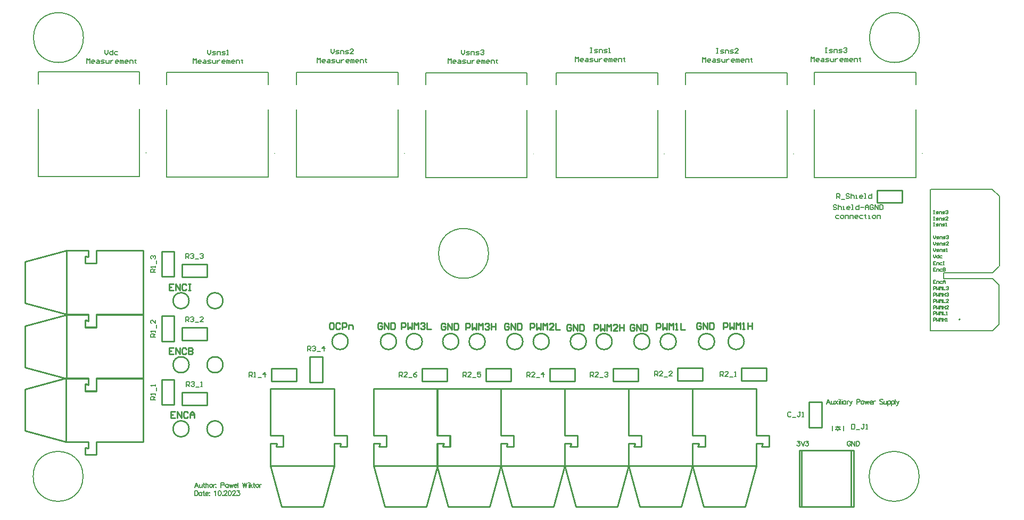
<source format=gto>
G04*
G04 #@! TF.GenerationSoftware,Altium Limited,Altium Designer,22.11.1 (43)*
G04*
G04 Layer_Color=65535*
%FSAX25Y25*%
%MOIN*%
G70*
G04*
G04 #@! TF.SameCoordinates,EBA4B4AC-1B08-4463-AFC9-2197B451F785*
G04*
G04*
G04 #@! TF.FilePolarity,Positive*
G04*
G01*
G75*
%ADD10C,0.01000*%
%ADD11C,0.00394*%
%ADD12C,0.00600*%
%ADD13C,0.00787*%
%ADD14C,0.00500*%
%ADD15C,0.00800*%
%ADD16C,0.00700*%
D10*
X0222716Y0145669D02*
G03*
X0222716Y0145669I-0005000J0000000D01*
G01*
X0123110Y0171260D02*
G03*
X0123110Y0171260I-0005000J0000000D01*
G01*
X0144370D02*
G03*
X0144370Y0171260I-0005000J0000000D01*
G01*
Y0090945D02*
G03*
X0144370Y0090945I-0005000J0000000D01*
G01*
X0123110Y0131102D02*
G03*
X0123110Y0131102I-0005000J0000000D01*
G01*
X0144370D02*
G03*
X0144370Y0131102I-0005000J0000000D01*
G01*
X0123110Y0090945D02*
G03*
X0123110Y0090945I-0005000J0000000D01*
G01*
X0253031Y0145669D02*
G03*
X0253031Y0145669I-0005000J0000000D01*
G01*
X0470748D02*
G03*
X0470748Y0145669I-0005000J0000000D01*
G01*
X0452244D02*
G03*
X0452244Y0145669I-0005000J0000000D01*
G01*
X0428228D02*
G03*
X0428228Y0145669I-0005000J0000000D01*
G01*
X0411693D02*
G03*
X0411693Y0145669I-0005000J0000000D01*
G01*
X0388071D02*
G03*
X0388071Y0145669I-0005000J0000000D01*
G01*
X0371929D02*
G03*
X0371929Y0145669I-0005000J0000000D01*
G01*
X0348701D02*
G03*
X0348701Y0145669I-0005000J0000000D01*
G01*
X0332165D02*
G03*
X0332165Y0145669I-0005000J0000000D01*
G01*
X0308543D02*
G03*
X0308543Y0145669I-0005000J0000000D01*
G01*
X0292008D02*
G03*
X0292008Y0145669I-0005000J0000000D01*
G01*
X0269173D02*
G03*
X0269173Y0145669I-0005000J0000000D01*
G01*
X0553937Y0240551D02*
X0555905D01*
X0569685D01*
Y0232677D02*
Y0240551D01*
X0553937Y0232677D02*
Y0240551D01*
Y0232677D02*
X0569685D01*
X0179134Y0116197D02*
X0209134D01*
X0214134Y0077447D02*
Y0081697D01*
Y0086697D02*
Y0116197D01*
X0174134Y0068197D02*
Y0081697D01*
X0178134D01*
X0177634Y0079697D02*
X0178134Y0081697D01*
X0177634Y0079697D02*
X0182134D01*
Y0086697D01*
X0214134Y0081697D02*
X0218134D01*
X0217634Y0079697D02*
X0218134Y0081697D01*
X0217634Y0079697D02*
X0222134D01*
Y0086697D01*
X0214134D02*
X0222134D01*
X0181134Y0042197D02*
X0207134D01*
X0214134Y0067897D01*
X0174134D02*
X0181134Y0042197D01*
X0214134Y0068197D02*
Y0077447D01*
X0174134Y0116197D02*
X0179134D01*
X0209134D02*
X0214134D01*
Y0067897D02*
Y0068197D01*
X0209134Y0067897D02*
X0214134D01*
X0174134D02*
Y0068197D01*
Y0067897D02*
X0209134D01*
X0174134Y0086697D02*
X0182134D01*
X0174134D02*
Y0116197D01*
X0174606Y0120945D02*
X0190354D01*
X0174606D02*
Y0128819D01*
X0190354Y0120945D02*
Y0128819D01*
X0176575D02*
X0190354D01*
X0174606D02*
X0176575D01*
X0206693Y0120275D02*
Y0136024D01*
X0198819Y0120275D02*
X0206693D01*
X0198819Y0136024D02*
X0206693D01*
X0198819Y0122244D02*
Y0136024D01*
Y0120275D02*
Y0122244D01*
X0065043Y0162559D02*
X0094543D01*
X0065043Y0154559D02*
Y0162559D01*
X0046243Y0127559D02*
Y0162559D01*
X0046543D01*
X0046243Y0122559D02*
Y0127559D01*
Y0122559D02*
X0046543D01*
X0094543D02*
Y0127559D01*
Y0157559D02*
Y0162559D01*
X0046543Y0122559D02*
X0055793D01*
X0020543Y0155559D02*
X0046243Y0162559D01*
X0020543Y0129559D02*
X0046243Y0122559D01*
X0020543Y0129559D02*
Y0155559D01*
X0065043Y0114559D02*
Y0122559D01*
X0058043Y0114559D02*
X0065043D01*
X0058043D02*
Y0119059D01*
X0060043Y0118559D01*
Y0122559D01*
X0058043Y0154559D02*
X0065043D01*
X0058043D02*
Y0159059D01*
X0060043Y0158559D01*
Y0162559D01*
X0046543D02*
X0060043D01*
X0065043Y0122559D02*
X0094543D01*
X0055793D02*
X0060043D01*
X0094543Y0127559D02*
Y0157559D01*
X0065004Y0122756D02*
X0094504D01*
X0065004Y0114756D02*
Y0122756D01*
X0046204Y0087756D02*
Y0122756D01*
X0046504D01*
X0046204Y0082756D02*
Y0087756D01*
Y0082756D02*
X0046504D01*
X0094504D02*
Y0087756D01*
Y0117756D02*
Y0122756D01*
X0046504Y0082756D02*
X0055754D01*
X0020504Y0115756D02*
X0046204Y0122756D01*
X0020504Y0089756D02*
X0046204Y0082756D01*
X0020504Y0089756D02*
Y0115756D01*
X0065004Y0074756D02*
Y0082756D01*
X0058004Y0074756D02*
X0065004D01*
X0058004D02*
Y0079256D01*
X0060004Y0078756D01*
Y0082756D01*
X0058004Y0114756D02*
X0065004D01*
X0058004D02*
Y0119256D01*
X0060004Y0118756D01*
Y0122756D01*
X0046504D02*
X0060004D01*
X0065004Y0082756D02*
X0094504D01*
X0055754D02*
X0060004D01*
X0094504Y0087756D02*
Y0117756D01*
X0065043Y0202716D02*
X0094543D01*
X0065043Y0194717D02*
Y0202716D01*
X0046243Y0167717D02*
Y0202716D01*
X0046543D01*
X0046243Y0162716D02*
Y0167717D01*
Y0162716D02*
X0046543D01*
X0094543D02*
Y0167717D01*
Y0197716D02*
Y0202716D01*
X0046543Y0162716D02*
X0055793D01*
X0020543Y0195717D02*
X0046243Y0202716D01*
X0020543Y0169717D02*
X0046243Y0162716D01*
X0020543Y0169717D02*
Y0195717D01*
X0065043Y0154717D02*
Y0162716D01*
X0058043Y0154717D02*
X0065043D01*
X0058043D02*
Y0159216D01*
X0060043Y0158716D01*
Y0162716D01*
X0058043Y0194717D02*
X0065043D01*
X0058043D02*
Y0199216D01*
X0060043Y0198716D01*
Y0202716D01*
X0046543D02*
X0060043D01*
X0065043Y0162716D02*
X0094543D01*
X0055793D02*
X0060043D01*
X0094543Y0167717D02*
Y0197716D01*
X0113779Y0159646D02*
Y0161614D01*
Y0145866D02*
Y0159646D01*
X0105905Y0145866D02*
X0113779D01*
X0105905Y0161614D02*
X0113779D01*
X0105905Y0145866D02*
Y0161614D01*
X0113779Y0119882D02*
Y0121850D01*
Y0106102D02*
Y0119882D01*
X0105905Y0106102D02*
X0113779D01*
X0105905Y0121850D02*
X0113779D01*
X0105905Y0106102D02*
Y0121850D01*
X0118701Y0113779D02*
X0120669D01*
X0134449D01*
Y0105905D02*
Y0113779D01*
X0118701Y0105905D02*
Y0113779D01*
Y0105905D02*
X0134449D01*
X0118701Y0154331D02*
X0120669D01*
X0134449D01*
Y0146457D02*
Y0154331D01*
X0118701Y0146457D02*
Y0154331D01*
Y0146457D02*
X0134449D01*
X0113779Y0200197D02*
Y0202165D01*
Y0186417D02*
Y0200197D01*
X0105905Y0186417D02*
X0113779D01*
X0105905Y0202165D02*
X0113779D01*
X0105905Y0186417D02*
Y0202165D01*
X0118701Y0194095D02*
X0120669D01*
X0134449D01*
Y0186221D02*
Y0194095D01*
X0118701Y0186221D02*
Y0194095D01*
Y0186221D02*
X0134449D01*
X0537854Y0042047D02*
Y0077547D01*
X0539354Y0042047D02*
Y0077547D01*
X0505354Y0042047D02*
Y0077547D01*
X0506854Y0042047D02*
Y0077547D01*
X0505354D02*
X0539354D01*
X0505354Y0042047D02*
X0539354D01*
X0309055Y0128740D02*
X0311024D01*
X0324803D01*
Y0120866D02*
Y0128740D01*
X0309055Y0120866D02*
Y0128740D01*
Y0120866D02*
X0324803D01*
X0349016Y0128740D02*
X0350984D01*
X0364764D01*
Y0120866D02*
Y0128740D01*
X0349016Y0120866D02*
Y0128740D01*
Y0120866D02*
X0364764D01*
X0388779Y0128740D02*
X0390748D01*
X0404528D01*
Y0120866D02*
Y0128740D01*
X0388779Y0120866D02*
Y0128740D01*
Y0120866D02*
X0404528D01*
X0429092Y0129148D02*
X0431061D01*
X0444840D01*
Y0121274D02*
Y0129148D01*
X0429092Y0121274D02*
Y0129148D01*
Y0121274D02*
X0444840D01*
X0469095Y0129134D02*
X0471063D01*
X0484843D01*
Y0121260D02*
Y0129134D01*
X0469095Y0121260D02*
Y0129134D01*
Y0121260D02*
X0484843D01*
X0511417Y0091929D02*
Y0093898D01*
Y0107677D01*
X0519291D01*
X0511417Y0091929D02*
X0519291D01*
Y0107677D01*
X0269094Y0120866D02*
X0284843D01*
X0269094D02*
Y0128740D01*
X0284843Y0120866D02*
Y0128740D01*
X0271063D02*
X0284843D01*
X0269094D02*
X0271063D01*
X0363307Y0116197D02*
X0393307D01*
X0398307Y0077447D02*
Y0081697D01*
Y0086697D02*
Y0116197D01*
X0358307Y0068197D02*
Y0081697D01*
X0362307D01*
X0361807Y0079697D02*
X0362307Y0081697D01*
X0361807Y0079697D02*
X0366307D01*
Y0086697D01*
X0398307Y0081697D02*
X0402307D01*
X0401807Y0079697D02*
X0402307Y0081697D01*
X0401807Y0079697D02*
X0406307D01*
Y0086697D01*
X0398307D02*
X0406307D01*
X0365307Y0042197D02*
X0391307D01*
X0398307Y0067897D01*
X0358307D02*
X0365307Y0042197D01*
X0398307Y0068197D02*
Y0077447D01*
X0358307Y0116197D02*
X0363307D01*
X0393307D02*
X0398307D01*
Y0067897D02*
Y0068197D01*
X0393307Y0067897D02*
X0398307D01*
X0358307D02*
Y0068197D01*
Y0067897D02*
X0393307D01*
X0358307Y0086697D02*
X0366307D01*
X0358307D02*
Y0116197D01*
X0443386Y0116118D02*
X0473386D01*
X0478386Y0077368D02*
Y0081618D01*
Y0086618D02*
Y0116118D01*
X0438386Y0068118D02*
Y0081618D01*
X0442386D01*
X0441886Y0079618D02*
X0442386Y0081618D01*
X0441886Y0079618D02*
X0446386D01*
Y0086618D01*
X0478386Y0081618D02*
X0482386D01*
X0481886Y0079618D02*
X0482386Y0081618D01*
X0481886Y0079618D02*
X0486386D01*
Y0086618D01*
X0478386D02*
X0486386D01*
X0445386Y0042118D02*
X0471386D01*
X0478386Y0067818D01*
X0438386D02*
X0445386Y0042118D01*
X0478386Y0068118D02*
Y0077368D01*
X0438386Y0116118D02*
X0443386D01*
X0473386D02*
X0478386D01*
Y0067818D02*
Y0068118D01*
X0473386Y0067818D02*
X0478386D01*
X0438386D02*
Y0068118D01*
Y0067818D02*
X0473386D01*
X0438386Y0086618D02*
X0446386D01*
X0438386D02*
Y0116118D01*
X0278543Y0086618D02*
Y0116118D01*
Y0086618D02*
X0286543D01*
X0278543Y0067818D02*
X0313543D01*
X0278543D02*
Y0068118D01*
X0313543Y0067818D02*
X0318543D01*
Y0068118D01*
X0313543Y0116118D02*
X0318543D01*
X0278543D02*
X0283543D01*
X0318543Y0068118D02*
Y0077368D01*
X0278543Y0067818D02*
X0285543Y0042118D01*
X0311543D02*
X0318543Y0067818D01*
X0285543Y0042118D02*
X0311543D01*
X0318543Y0086618D02*
X0326543D01*
Y0079618D02*
Y0086618D01*
X0322043Y0079618D02*
X0326543D01*
X0322043D02*
X0322543Y0081618D01*
X0318543D02*
X0322543D01*
X0286543Y0079618D02*
Y0086618D01*
X0282043Y0079618D02*
X0286543D01*
X0282043D02*
X0282543Y0081618D01*
X0278543D02*
X0282543D01*
X0278543Y0068118D02*
Y0081618D01*
X0318543Y0086618D02*
Y0116118D01*
Y0077368D02*
Y0081618D01*
X0283543Y0116118D02*
X0313543D01*
X0238622Y0086618D02*
Y0116118D01*
Y0086618D02*
X0246622D01*
X0238622Y0067818D02*
X0273622D01*
X0238622D02*
Y0068118D01*
X0273622Y0067818D02*
X0278622D01*
Y0068118D01*
X0273622Y0116118D02*
X0278622D01*
X0238622D02*
X0243622D01*
X0278622Y0068118D02*
Y0077368D01*
X0238622Y0067818D02*
X0245622Y0042118D01*
X0271622D02*
X0278622Y0067818D01*
X0245622Y0042118D02*
X0271622D01*
X0278622Y0086618D02*
X0286622D01*
Y0079618D02*
Y0086618D01*
X0282122Y0079618D02*
X0286622D01*
X0282122D02*
X0282622Y0081618D01*
X0278622D02*
X0282622D01*
X0246622Y0079618D02*
Y0086618D01*
X0242122Y0079618D02*
X0246622D01*
X0242122D02*
X0242622Y0081618D01*
X0238622D02*
X0242622D01*
X0238622Y0068118D02*
Y0081618D01*
X0278622Y0086618D02*
Y0116118D01*
Y0077368D02*
Y0081618D01*
X0243622Y0116118D02*
X0273622D01*
X0318543Y0086697D02*
Y0116197D01*
Y0086697D02*
X0326543D01*
X0318543Y0067897D02*
X0353543D01*
X0318543D02*
Y0068197D01*
X0353543Y0067897D02*
X0358543D01*
Y0068197D01*
X0353543Y0116197D02*
X0358543D01*
X0318543D02*
X0323543D01*
X0358543Y0068197D02*
Y0077447D01*
X0318543Y0067897D02*
X0325543Y0042197D01*
X0351543D02*
X0358543Y0067897D01*
X0325543Y0042197D02*
X0351543D01*
X0358543Y0086697D02*
X0366543D01*
Y0079697D02*
Y0086697D01*
X0362043Y0079697D02*
X0366543D01*
X0362043D02*
X0362543Y0081697D01*
X0358543D02*
X0362543D01*
X0326543Y0079697D02*
Y0086697D01*
X0322043Y0079697D02*
X0326543D01*
X0322043D02*
X0322543Y0081697D01*
X0318543D02*
X0322543D01*
X0318543Y0068197D02*
Y0081697D01*
X0358543Y0086697D02*
Y0116197D01*
Y0077447D02*
Y0081697D01*
X0323543Y0116197D02*
X0353543D01*
X0398465Y0086697D02*
Y0116197D01*
Y0086697D02*
X0406465D01*
X0398465Y0067897D02*
X0433465D01*
X0398465D02*
Y0068197D01*
X0433465Y0067897D02*
X0438465D01*
Y0068197D01*
X0433465Y0116197D02*
X0438465D01*
X0398465D02*
X0403465D01*
X0438465Y0068197D02*
Y0077447D01*
X0398465Y0067897D02*
X0405465Y0042197D01*
X0431465D02*
X0438465Y0067897D01*
X0405465Y0042197D02*
X0431465D01*
X0438465Y0086697D02*
X0446465D01*
Y0079697D02*
Y0086697D01*
X0441965Y0079697D02*
X0446465D01*
X0441965D02*
X0442465Y0081697D01*
X0438465D02*
X0442465D01*
X0406465Y0079697D02*
Y0086697D01*
X0401965Y0079697D02*
X0406465D01*
X0401965D02*
X0402465Y0081697D01*
X0398465D02*
X0402465D01*
X0398465Y0068197D02*
Y0081697D01*
X0438465Y0086697D02*
Y0116197D01*
Y0077447D02*
Y0081697D01*
X0403465Y0116197D02*
X0433465D01*
X0213172Y0157511D02*
X0211839D01*
X0211173Y0156845D01*
Y0154179D01*
X0211839Y0153513D01*
X0213172D01*
X0213839Y0154179D01*
Y0156845D01*
X0213172Y0157511D01*
X0217838Y0156845D02*
X0217171Y0157511D01*
X0215838D01*
X0215172Y0156845D01*
Y0154179D01*
X0215838Y0153513D01*
X0217171D01*
X0217838Y0154179D01*
X0219170Y0153513D02*
Y0157511D01*
X0221170D01*
X0221836Y0156845D01*
Y0155512D01*
X0221170Y0154845D01*
X0219170D01*
X0223169Y0153513D02*
Y0156178D01*
X0225168D01*
X0225835Y0155512D01*
Y0153513D01*
X0113508Y0181770D02*
X0110843D01*
Y0177772D01*
X0113508D01*
X0110843Y0179771D02*
X0112175D01*
X0114841Y0177772D02*
Y0181770D01*
X0117507Y0177772D01*
Y0181770D01*
X0121506Y0181104D02*
X0120839Y0181770D01*
X0119506D01*
X0118840Y0181104D01*
Y0178438D01*
X0119506Y0177772D01*
X0120839D01*
X0121506Y0178438D01*
X0122839Y0181770D02*
X0124172D01*
X0123505D01*
Y0177772D01*
X0122839D01*
X0124172D01*
X0113508Y0141613D02*
X0110843D01*
Y0137614D01*
X0113508D01*
X0110843Y0139613D02*
X0112175D01*
X0114841Y0137614D02*
Y0141613D01*
X0117507Y0137614D01*
Y0141613D01*
X0121506Y0140946D02*
X0120839Y0141613D01*
X0119506D01*
X0118840Y0140946D01*
Y0138281D01*
X0119506Y0137614D01*
X0120839D01*
X0121506Y0138281D01*
X0122839Y0141613D02*
Y0137614D01*
X0124838D01*
X0125504Y0138281D01*
Y0138947D01*
X0124838Y0139613D01*
X0122839D01*
X0124838D01*
X0125504Y0140280D01*
Y0140946D01*
X0124838Y0141613D01*
X0122839D01*
X0114296Y0101849D02*
X0111630D01*
Y0097850D01*
X0114296D01*
X0111630Y0099850D02*
X0112963D01*
X0115629Y0097850D02*
Y0101849D01*
X0118294Y0097850D01*
Y0101849D01*
X0122293Y0101183D02*
X0121627Y0101849D01*
X0120294D01*
X0119627Y0101183D01*
Y0098517D01*
X0120294Y0097850D01*
X0121627D01*
X0122293Y0098517D01*
X0123626Y0097850D02*
Y0100516D01*
X0124959Y0101849D01*
X0126292Y0100516D01*
Y0097850D01*
Y0099850D01*
X0123626D01*
X0457693Y0153362D02*
Y0157361D01*
X0459692D01*
X0460359Y0156694D01*
Y0155362D01*
X0459692Y0154695D01*
X0457693D01*
X0461692Y0157361D02*
Y0153362D01*
X0463025Y0154695D01*
X0464357Y0153362D01*
Y0157361D01*
X0465690Y0153362D02*
Y0157361D01*
X0467023Y0156028D01*
X0468356Y0157361D01*
Y0153362D01*
X0469689D02*
X0471022D01*
X0470356D01*
Y0157361D01*
X0469689Y0156694D01*
X0473021Y0157361D02*
Y0153362D01*
Y0155362D01*
X0475687D01*
Y0157361D01*
Y0153362D01*
X0415567Y0152969D02*
Y0156967D01*
X0417566D01*
X0418233Y0156301D01*
Y0154968D01*
X0417566Y0154301D01*
X0415567D01*
X0419566Y0156967D02*
Y0152969D01*
X0420898Y0154301D01*
X0422231Y0152969D01*
Y0156967D01*
X0423564Y0152969D02*
Y0156967D01*
X0424897Y0155634D01*
X0426230Y0156967D01*
Y0152969D01*
X0427563D02*
X0428896D01*
X0428230D01*
Y0156967D01*
X0427563Y0156301D01*
X0430895Y0156967D02*
Y0152969D01*
X0433561D01*
X0376590Y0152575D02*
Y0156573D01*
X0378590D01*
X0379256Y0155907D01*
Y0154574D01*
X0378590Y0153908D01*
X0376590D01*
X0380589Y0156573D02*
Y0152575D01*
X0381922Y0153908D01*
X0383255Y0152575D01*
Y0156573D01*
X0384588Y0152575D02*
Y0156573D01*
X0385921Y0155241D01*
X0387254Y0156573D01*
Y0152575D01*
X0391252D02*
X0388587D01*
X0391252Y0155241D01*
Y0155907D01*
X0390586Y0156573D01*
X0389253D01*
X0388587Y0155907D01*
X0392585Y0156573D02*
Y0152575D01*
Y0154574D01*
X0395251D01*
Y0156573D01*
Y0152575D01*
X0336827Y0152969D02*
Y0156967D01*
X0338826D01*
X0339493Y0156301D01*
Y0154968D01*
X0338826Y0154301D01*
X0336827D01*
X0340826Y0156967D02*
Y0152969D01*
X0342158Y0154301D01*
X0343491Y0152969D01*
Y0156967D01*
X0344824Y0152969D02*
Y0156967D01*
X0346157Y0155634D01*
X0347490Y0156967D01*
Y0152969D01*
X0351489D02*
X0348823D01*
X0351489Y0155634D01*
Y0156301D01*
X0350822Y0156967D01*
X0349489D01*
X0348823Y0156301D01*
X0352822Y0156967D02*
Y0152969D01*
X0355487D01*
X0296276D02*
Y0156967D01*
X0298275D01*
X0298941Y0156301D01*
Y0154968D01*
X0298275Y0154301D01*
X0296276D01*
X0300274Y0156967D02*
Y0152969D01*
X0301607Y0154301D01*
X0302940Y0152969D01*
Y0156967D01*
X0304273Y0152969D02*
Y0156967D01*
X0305606Y0155634D01*
X0306939Y0156967D01*
Y0152969D01*
X0308272Y0156301D02*
X0308938Y0156967D01*
X0310271D01*
X0310938Y0156301D01*
Y0155634D01*
X0310271Y0154968D01*
X0309605D01*
X0310271D01*
X0310938Y0154301D01*
Y0153635D01*
X0310271Y0152969D01*
X0308938D01*
X0308272Y0153635D01*
X0312270Y0156967D02*
Y0152969D01*
Y0154968D01*
X0314936D01*
Y0156967D01*
Y0152969D01*
X0256118Y0153362D02*
Y0157361D01*
X0258118D01*
X0258784Y0156694D01*
Y0155362D01*
X0258118Y0154695D01*
X0256118D01*
X0260117Y0157361D02*
Y0153362D01*
X0261450Y0154695D01*
X0262783Y0153362D01*
Y0157361D01*
X0264116Y0153362D02*
Y0157361D01*
X0265448Y0156028D01*
X0266781Y0157361D01*
Y0153362D01*
X0268114Y0156694D02*
X0268781Y0157361D01*
X0270114D01*
X0270780Y0156694D01*
Y0156028D01*
X0270114Y0155362D01*
X0269447D01*
X0270114D01*
X0270780Y0154695D01*
Y0154029D01*
X0270114Y0153362D01*
X0268781D01*
X0268114Y0154029D01*
X0272113Y0157361D02*
Y0153362D01*
X0274779D01*
X0443823Y0156694D02*
X0443157Y0157361D01*
X0441824D01*
X0441157Y0156694D01*
Y0154029D01*
X0441824Y0153362D01*
X0443157D01*
X0443823Y0154029D01*
Y0155362D01*
X0442490D01*
X0445156Y0153362D02*
Y0157361D01*
X0447822Y0153362D01*
Y0157361D01*
X0449155D02*
Y0153362D01*
X0451154D01*
X0451821Y0154029D01*
Y0156694D01*
X0451154Y0157361D01*
X0449155D01*
X0402091Y0155907D02*
X0401425Y0156573D01*
X0400092D01*
X0399425Y0155907D01*
Y0153241D01*
X0400092Y0152575D01*
X0401425D01*
X0402091Y0153241D01*
Y0154574D01*
X0400758D01*
X0403424Y0152575D02*
Y0156573D01*
X0406090Y0152575D01*
Y0156573D01*
X0407423D02*
Y0152575D01*
X0409422D01*
X0410088Y0153241D01*
Y0155907D01*
X0409422Y0156573D01*
X0407423D01*
X0283587Y0156301D02*
X0282921Y0156967D01*
X0281588D01*
X0280921Y0156301D01*
Y0153635D01*
X0281588Y0152969D01*
X0282921D01*
X0283587Y0153635D01*
Y0154968D01*
X0282254D01*
X0284920Y0152969D02*
Y0156967D01*
X0287586Y0152969D01*
Y0156967D01*
X0288919D02*
Y0152969D01*
X0290918D01*
X0291584Y0153635D01*
Y0156301D01*
X0290918Y0156967D01*
X0288919D01*
X0323351Y0156301D02*
X0322684Y0156967D01*
X0321352D01*
X0320685Y0156301D01*
Y0153635D01*
X0321352Y0152969D01*
X0322684D01*
X0323351Y0153635D01*
Y0154968D01*
X0322018D01*
X0324684Y0152969D02*
Y0156967D01*
X0327349Y0152969D01*
Y0156967D01*
X0328682D02*
Y0152969D01*
X0330682D01*
X0331348Y0153635D01*
Y0156301D01*
X0330682Y0156967D01*
X0328682D01*
X0362327Y0155907D02*
X0361661Y0156573D01*
X0360328D01*
X0359661Y0155907D01*
Y0153241D01*
X0360328Y0152575D01*
X0361661D01*
X0362327Y0153241D01*
Y0154574D01*
X0360994D01*
X0363660Y0152575D02*
Y0156573D01*
X0366326Y0152575D01*
Y0156573D01*
X0367659D02*
Y0152575D01*
X0369658D01*
X0370325Y0153241D01*
Y0155907D01*
X0369658Y0156573D01*
X0367659D01*
X0244217Y0156694D02*
X0243550Y0157361D01*
X0242218D01*
X0241551Y0156694D01*
Y0154029D01*
X0242218Y0153362D01*
X0243550D01*
X0244217Y0154029D01*
Y0155362D01*
X0242884D01*
X0245550Y0153362D02*
Y0157361D01*
X0248216Y0153362D01*
Y0157361D01*
X0249549D02*
Y0153362D01*
X0251548D01*
X0252214Y0154029D01*
Y0156694D01*
X0251548Y0157361D01*
X0249549D01*
D11*
X0582165Y0263543D02*
G03*
X0582559Y0263543I0000197J0000000D01*
G01*
D02*
G03*
X0582165Y0263543I-0000197J0000000D01*
G01*
X0338661Y0263386D02*
G03*
X0339055Y0263386I0000197J0000000D01*
G01*
D02*
G03*
X0338661Y0263386I-0000197J0000000D01*
G01*
X0096417Y0263937D02*
G03*
X0096024Y0263937I-0000197J0000000D01*
G01*
D02*
G03*
X0096417Y0263937I0000197J0000000D01*
G01*
X0501921Y0263358D02*
G03*
X0501528Y0263358I-0000197J0000000D01*
G01*
D02*
G03*
X0501921Y0263358I0000197J0000000D01*
G01*
X0258110Y0263583D02*
G03*
X0257716Y0263583I-0000197J0000000D01*
G01*
D02*
G03*
X0258110Y0263583I0000197J0000000D01*
G01*
X0420819Y0263358D02*
G03*
X0420425Y0263358I-0000197J0000000D01*
G01*
D02*
G03*
X0420819Y0263358I0000197J0000000D01*
G01*
X0177008Y0263583D02*
G03*
X0176614Y0263583I-0000197J0000000D01*
G01*
D02*
G03*
X0177008Y0263583I0000197J0000000D01*
G01*
D12*
X0310669Y0200894D02*
G03*
X0310669Y0200894I-0015620J0000000D01*
G01*
X0580581Y0336221D02*
G03*
X0580581Y0336221I-0015620J0000000D01*
G01*
X0580354Y0061130D02*
G03*
X0580354Y0061130I-0015620J0000000D01*
G01*
X0056732D02*
G03*
X0056732Y0061130I-0015620J0000000D01*
G01*
X0056959Y0336221D02*
G03*
X0056959Y0336221I-0015620J0000000D01*
G01*
D13*
X0606004Y0159547D02*
G03*
X0606004Y0159547I-0000394J0000000D01*
G01*
X0578346Y0248583D02*
Y0291102D01*
X0514764Y0248583D02*
X0578346D01*
X0514764D02*
Y0291102D01*
X0578346Y0306850D02*
Y0314331D01*
X0514764D02*
X0578346D01*
X0514764Y0306850D02*
Y0314331D01*
X0334842Y0248425D02*
Y0290945D01*
X0271260Y0248425D02*
X0334842D01*
X0271260D02*
Y0290945D01*
X0334842Y0306693D02*
Y0314173D01*
X0271260D02*
X0334842D01*
X0271260Y0306693D02*
Y0314173D01*
X0028622Y0307244D02*
Y0314724D01*
X0092205D01*
Y0307244D02*
Y0314724D01*
X0028622Y0248976D02*
Y0291496D01*
Y0248976D02*
X0092205D01*
Y0291496D01*
X0434126Y0306665D02*
Y0314146D01*
X0497709D01*
Y0306665D02*
Y0314146D01*
X0434126Y0248398D02*
Y0290917D01*
Y0248398D02*
X0497709D01*
Y0290917D01*
X0190315Y0306890D02*
Y0314370D01*
X0253898D01*
Y0306890D02*
Y0314370D01*
X0190315Y0248622D02*
Y0291142D01*
Y0248622D02*
X0253898D01*
Y0291142D01*
X0353024Y0306665D02*
Y0314146D01*
X0416606D01*
Y0306665D02*
Y0314146D01*
X0353024Y0248398D02*
Y0290917D01*
Y0248398D02*
X0416606D01*
Y0290917D01*
X0109213Y0306890D02*
Y0314370D01*
X0172795D01*
Y0306890D02*
Y0314370D01*
X0109213Y0248622D02*
Y0291142D01*
Y0248622D02*
X0172795D01*
Y0291142D01*
X0587694Y0241237D02*
X0592146D01*
X0587500Y0152482D02*
Y0241237D01*
X0626498Y0152482D02*
X0630512Y0156496D01*
X0625864Y0152482D02*
X0626498D01*
X0630512Y0156496D02*
Y0181102D01*
X0630564Y0192966D02*
Y0236777D01*
X0626378Y0185236D02*
X0630512Y0181102D01*
X0626378Y0188779D02*
X0630444Y0192846D01*
X0595669Y0185256D02*
Y0188779D01*
Y0185256D02*
X0595689Y0185236D01*
X0626378D01*
X0595669Y0188779D02*
X0626378D01*
X0626104Y0241237D02*
X0630564Y0236777D01*
X0592146Y0241237D02*
X0626104D01*
X0619665Y0152482D02*
X0625864D01*
X0587500D02*
X0619665D01*
D14*
X0529559Y0089939D02*
Y0090439D01*
X0528028Y0090539D02*
X0531128D01*
X0528028D02*
X0529559Y0092070D01*
X0528028Y0092039D02*
X0531128D01*
X0533128Y0089839D02*
Y0092839D01*
X0525928Y0089839D02*
Y0092839D01*
X0529559Y0092107D02*
X0531128Y0090539D01*
X0529559Y0092239D02*
Y0092739D01*
X0589476Y0162311D02*
Y0164310D01*
X0590476D01*
X0590809Y0163977D01*
Y0163311D01*
X0590476Y0162978D01*
X0589476D01*
X0591476Y0164310D02*
Y0162311D01*
X0592142Y0162978D01*
X0592809Y0162311D01*
Y0164310D01*
X0593475Y0162311D02*
Y0164310D01*
X0594141Y0163644D01*
X0594808Y0164310D01*
Y0162311D01*
X0595474Y0164310D02*
Y0162311D01*
X0596807D01*
X0597474D02*
X0598140D01*
X0597807D01*
Y0164310D01*
X0597474Y0163977D01*
X0589476Y0166248D02*
Y0168247D01*
X0590476D01*
X0590809Y0167914D01*
Y0167248D01*
X0590476Y0166914D01*
X0589476D01*
X0591476Y0168247D02*
Y0166248D01*
X0592142Y0166914D01*
X0592809Y0166248D01*
Y0168247D01*
X0593475Y0166248D02*
Y0168247D01*
X0594141Y0167581D01*
X0594808Y0168247D01*
Y0166248D01*
X0595474Y0168247D02*
Y0166248D01*
Y0167248D01*
X0596807D01*
Y0168247D01*
Y0166248D01*
X0598807D02*
X0597474D01*
X0598807Y0167581D01*
Y0167914D01*
X0598474Y0168247D01*
X0597807D01*
X0597474Y0167914D01*
X0589476Y0170185D02*
Y0172184D01*
X0590476D01*
X0590809Y0171851D01*
Y0171185D01*
X0590476Y0170852D01*
X0589476D01*
X0591476Y0172184D02*
Y0170185D01*
X0592142Y0170852D01*
X0592809Y0170185D01*
Y0172184D01*
X0593475Y0170185D02*
Y0172184D01*
X0594141Y0171518D01*
X0594808Y0172184D01*
Y0170185D01*
X0595474Y0172184D02*
Y0170185D01*
X0596807D01*
X0598807D02*
X0597474D01*
X0598807Y0171518D01*
Y0171851D01*
X0598474Y0172184D01*
X0597807D01*
X0597474Y0171851D01*
X0589476Y0174122D02*
Y0176121D01*
X0590476D01*
X0590809Y0175788D01*
Y0175122D01*
X0590476Y0174788D01*
X0589476D01*
X0591476Y0176121D02*
Y0174122D01*
X0592142Y0174788D01*
X0592809Y0174122D01*
Y0176121D01*
X0593475Y0174122D02*
Y0176121D01*
X0594141Y0175455D01*
X0594808Y0176121D01*
Y0174122D01*
X0595474Y0176121D02*
Y0174122D01*
Y0175122D01*
X0596807D01*
Y0176121D01*
Y0174122D01*
X0597474Y0175788D02*
X0597807Y0176121D01*
X0598474D01*
X0598807Y0175788D01*
Y0175455D01*
X0598474Y0175122D01*
X0598140D01*
X0598474D01*
X0598807Y0174788D01*
Y0174455D01*
X0598474Y0174122D01*
X0597807D01*
X0597474Y0174455D01*
X0589476Y0178059D02*
Y0180058D01*
X0590476D01*
X0590809Y0179725D01*
Y0179059D01*
X0590476Y0178726D01*
X0589476D01*
X0591476Y0180058D02*
Y0178059D01*
X0592142Y0178726D01*
X0592809Y0178059D01*
Y0180058D01*
X0593475Y0178059D02*
Y0180058D01*
X0594141Y0179392D01*
X0594808Y0180058D01*
Y0178059D01*
X0595474Y0180058D02*
Y0178059D01*
X0596807D01*
X0597474Y0179725D02*
X0597807Y0180058D01*
X0598474D01*
X0598807Y0179725D01*
Y0179392D01*
X0598474Y0179059D01*
X0598140D01*
X0598474D01*
X0598807Y0178726D01*
Y0178392D01*
X0598474Y0178059D01*
X0597807D01*
X0597474Y0178392D01*
X0590809Y0183995D02*
X0589476D01*
Y0181996D01*
X0590809D01*
X0589476Y0182996D02*
X0590143D01*
X0591476Y0181996D02*
Y0183329D01*
X0592475D01*
X0592809Y0182996D01*
Y0181996D01*
X0594808Y0183329D02*
X0593808D01*
X0593475Y0182996D01*
Y0182329D01*
X0593808Y0181996D01*
X0594808D01*
X0595474D02*
Y0183329D01*
X0596141Y0183995D01*
X0596807Y0183329D01*
Y0181996D01*
Y0182996D01*
X0595474D01*
X0590809Y0191869D02*
X0589476D01*
Y0189870D01*
X0590809D01*
X0589476Y0190870D02*
X0590143D01*
X0591476Y0189870D02*
Y0191203D01*
X0592475D01*
X0592809Y0190870D01*
Y0189870D01*
X0594808Y0191203D02*
X0593808D01*
X0593475Y0190870D01*
Y0190203D01*
X0593808Y0189870D01*
X0594808D01*
X0595474Y0191869D02*
Y0189870D01*
X0596474D01*
X0596807Y0190203D01*
Y0190536D01*
X0596474Y0190870D01*
X0595474D01*
X0596474D01*
X0596807Y0191203D01*
Y0191536D01*
X0596474Y0191869D01*
X0595474D01*
X0590809Y0195806D02*
X0589476D01*
Y0193807D01*
X0590809D01*
X0589476Y0194807D02*
X0590143D01*
X0591476Y0193807D02*
Y0195140D01*
X0592475D01*
X0592809Y0194807D01*
Y0193807D01*
X0594808Y0195140D02*
X0593808D01*
X0593475Y0194807D01*
Y0194140D01*
X0593808Y0193807D01*
X0594808D01*
X0595474Y0195806D02*
X0596141D01*
X0595808D01*
Y0193807D01*
X0595474D01*
X0596141D01*
X0589476Y0200137D02*
Y0198804D01*
X0590143Y0198138D01*
X0590809Y0198804D01*
Y0200137D01*
X0592809D02*
Y0198138D01*
X0591809D01*
X0591476Y0198471D01*
Y0199137D01*
X0591809Y0199471D01*
X0592809D01*
X0594808D02*
X0593808D01*
X0593475Y0199137D01*
Y0198471D01*
X0593808Y0198138D01*
X0594808D01*
X0589476Y0204074D02*
Y0202741D01*
X0590143Y0202075D01*
X0590809Y0202741D01*
Y0204074D01*
X0591476Y0202075D02*
X0592475D01*
X0592809Y0202408D01*
X0592475Y0202741D01*
X0591809D01*
X0591476Y0203075D01*
X0591809Y0203408D01*
X0592809D01*
X0593475Y0202075D02*
Y0203408D01*
X0594475D01*
X0594808Y0203075D01*
Y0202075D01*
X0595474D02*
X0596474D01*
X0596807Y0202408D01*
X0596474Y0202741D01*
X0595808D01*
X0595474Y0203075D01*
X0595808Y0203408D01*
X0596807D01*
X0597474Y0202075D02*
X0598140D01*
X0597807D01*
Y0204074D01*
X0597474Y0203741D01*
X0589476Y0208011D02*
Y0206678D01*
X0590143Y0206012D01*
X0590809Y0206678D01*
Y0208011D01*
X0591476Y0206012D02*
X0592475D01*
X0592809Y0206345D01*
X0592475Y0206678D01*
X0591809D01*
X0591476Y0207012D01*
X0591809Y0207345D01*
X0592809D01*
X0593475Y0206012D02*
Y0207345D01*
X0594475D01*
X0594808Y0207012D01*
Y0206012D01*
X0595474D02*
X0596474D01*
X0596807Y0206345D01*
X0596474Y0206678D01*
X0595808D01*
X0595474Y0207012D01*
X0595808Y0207345D01*
X0596807D01*
X0598807Y0206012D02*
X0597474D01*
X0598807Y0207345D01*
Y0207678D01*
X0598474Y0208011D01*
X0597807D01*
X0597474Y0207678D01*
X0589476Y0211948D02*
Y0210615D01*
X0590143Y0209949D01*
X0590809Y0210615D01*
Y0211948D01*
X0591476Y0209949D02*
X0592475D01*
X0592809Y0210282D01*
X0592475Y0210615D01*
X0591809D01*
X0591476Y0210948D01*
X0591809Y0211282D01*
X0592809D01*
X0593475Y0209949D02*
Y0211282D01*
X0594475D01*
X0594808Y0210948D01*
Y0209949D01*
X0595474D02*
X0596474D01*
X0596807Y0210282D01*
X0596474Y0210615D01*
X0595808D01*
X0595474Y0210948D01*
X0595808Y0211282D01*
X0596807D01*
X0597474Y0211615D02*
X0597807Y0211948D01*
X0598474D01*
X0598807Y0211615D01*
Y0211282D01*
X0598474Y0210948D01*
X0598140D01*
X0598474D01*
X0598807Y0210615D01*
Y0210282D01*
X0598474Y0209949D01*
X0597807D01*
X0597474Y0210282D01*
X0589476Y0220216D02*
X0590143D01*
X0589810D01*
Y0218216D01*
X0589476D01*
X0590143D01*
X0591143D02*
X0592142D01*
X0592475Y0218550D01*
X0592142Y0218883D01*
X0591476D01*
X0591143Y0219216D01*
X0591476Y0219549D01*
X0592475D01*
X0593142Y0218216D02*
Y0219549D01*
X0594141D01*
X0594475Y0219216D01*
Y0218216D01*
X0595141D02*
X0596141D01*
X0596474Y0218550D01*
X0596141Y0218883D01*
X0595474D01*
X0595141Y0219216D01*
X0595474Y0219549D01*
X0596474D01*
X0597141Y0218216D02*
X0597807D01*
X0597474D01*
Y0220216D01*
X0597141Y0219883D01*
X0589476Y0223759D02*
X0590143D01*
X0589810D01*
Y0221760D01*
X0589476D01*
X0590143D01*
X0591143D02*
X0592142D01*
X0592475Y0222093D01*
X0592142Y0222426D01*
X0591476D01*
X0591143Y0222760D01*
X0591476Y0223093D01*
X0592475D01*
X0593142Y0221760D02*
Y0223093D01*
X0594141D01*
X0594475Y0222760D01*
Y0221760D01*
X0595141D02*
X0596141D01*
X0596474Y0222093D01*
X0596141Y0222426D01*
X0595474D01*
X0595141Y0222760D01*
X0595474Y0223093D01*
X0596474D01*
X0598474Y0221760D02*
X0597141D01*
X0598474Y0223093D01*
Y0223426D01*
X0598140Y0223759D01*
X0597474D01*
X0597141Y0223426D01*
X0589476Y0227696D02*
X0590143D01*
X0589810D01*
Y0225697D01*
X0589476D01*
X0590143D01*
X0591143D02*
X0592142D01*
X0592475Y0226030D01*
X0592142Y0226363D01*
X0591476D01*
X0591143Y0226696D01*
X0591476Y0227030D01*
X0592475D01*
X0593142Y0225697D02*
Y0227030D01*
X0594141D01*
X0594475Y0226696D01*
Y0225697D01*
X0595141D02*
X0596141D01*
X0596474Y0226030D01*
X0596141Y0226363D01*
X0595474D01*
X0595141Y0226696D01*
X0595474Y0227030D01*
X0596474D01*
X0597141Y0227363D02*
X0597474Y0227696D01*
X0598140D01*
X0598474Y0227363D01*
Y0227030D01*
X0598140Y0226696D01*
X0597807D01*
X0598140D01*
X0598474Y0226363D01*
Y0226030D01*
X0598140Y0225697D01*
X0597474D01*
X0597141Y0226030D01*
X0589476Y0158374D02*
Y0160373D01*
X0590476D01*
X0590809Y0160040D01*
Y0159374D01*
X0590476Y0159040D01*
X0589476D01*
X0591476Y0160373D02*
Y0158374D01*
X0592142Y0159040D01*
X0592809Y0158374D01*
Y0160373D01*
X0593475Y0158374D02*
Y0160373D01*
X0594141Y0159707D01*
X0594808Y0160373D01*
Y0158374D01*
X0595474Y0160373D02*
Y0158374D01*
Y0159374D01*
X0596807D01*
Y0160373D01*
Y0158374D01*
X0597474D02*
X0598140D01*
X0597807D01*
Y0160373D01*
X0597474Y0160040D01*
D15*
X0134841Y0328609D02*
Y0326610D01*
X0135840Y0325610D01*
X0136840Y0326610D01*
Y0328609D01*
X0137840Y0325610D02*
X0139339D01*
X0139839Y0326110D01*
X0139339Y0326610D01*
X0138340D01*
X0137840Y0327110D01*
X0138340Y0327609D01*
X0139839D01*
X0140839Y0325610D02*
Y0327609D01*
X0142338D01*
X0142838Y0327110D01*
Y0325610D01*
X0143838D02*
X0145337D01*
X0145837Y0326110D01*
X0145337Y0326610D01*
X0144338D01*
X0143838Y0327110D01*
X0144338Y0327609D01*
X0145837D01*
X0146837Y0325610D02*
X0147836D01*
X0147337D01*
Y0328609D01*
X0146837Y0328109D01*
X0125844Y0320091D02*
Y0323090D01*
X0126843Y0322091D01*
X0127843Y0323090D01*
Y0320091D01*
X0130342D02*
X0129342D01*
X0128843Y0320591D01*
Y0321591D01*
X0129342Y0322091D01*
X0130342D01*
X0130842Y0321591D01*
Y0321091D01*
X0128843D01*
X0132342Y0322091D02*
X0133341D01*
X0133841Y0321591D01*
Y0320091D01*
X0132342D01*
X0131842Y0320591D01*
X0132342Y0321091D01*
X0133841D01*
X0134841Y0320091D02*
X0136340D01*
X0136840Y0320591D01*
X0136340Y0321091D01*
X0135340D01*
X0134841Y0321591D01*
X0135340Y0322091D01*
X0136840D01*
X0137840D02*
Y0320591D01*
X0138340Y0320091D01*
X0139839D01*
Y0322091D01*
X0140839D02*
Y0320091D01*
Y0321091D01*
X0141339Y0321591D01*
X0141838Y0322091D01*
X0142338D01*
X0145337Y0320091D02*
X0144338D01*
X0143838Y0320591D01*
Y0321591D01*
X0144338Y0322091D01*
X0145337D01*
X0145837Y0321591D01*
Y0321091D01*
X0143838D01*
X0146837Y0320091D02*
Y0322091D01*
X0147337D01*
X0147836Y0321591D01*
Y0320091D01*
Y0321591D01*
X0148336Y0322091D01*
X0148836Y0321591D01*
Y0320091D01*
X0151335D02*
X0150336D01*
X0149836Y0320591D01*
Y0321591D01*
X0150336Y0322091D01*
X0151335D01*
X0151835Y0321591D01*
Y0321091D01*
X0149836D01*
X0152835Y0320091D02*
Y0322091D01*
X0154334D01*
X0154834Y0321591D01*
Y0320091D01*
X0156334Y0322590D02*
Y0322091D01*
X0155834D01*
X0156834D01*
X0156334D01*
Y0320591D01*
X0156834Y0320091D01*
X0293790Y0328609D02*
Y0326610D01*
X0294789Y0325610D01*
X0295789Y0326610D01*
Y0328609D01*
X0296789Y0325610D02*
X0298288D01*
X0298788Y0326110D01*
X0298288Y0326610D01*
X0297288D01*
X0296789Y0327110D01*
X0297288Y0327609D01*
X0298788D01*
X0299788Y0325610D02*
Y0327609D01*
X0301287D01*
X0301787Y0327110D01*
Y0325610D01*
X0302787D02*
X0304286D01*
X0304786Y0326110D01*
X0304286Y0326610D01*
X0303287D01*
X0302787Y0327110D01*
X0303287Y0327609D01*
X0304786D01*
X0305786Y0328109D02*
X0306286Y0328609D01*
X0307285D01*
X0307785Y0328109D01*
Y0327609D01*
X0307285Y0327110D01*
X0306785D01*
X0307285D01*
X0307785Y0326610D01*
Y0326110D01*
X0307285Y0325610D01*
X0306286D01*
X0305786Y0326110D01*
X0285292Y0320091D02*
Y0323090D01*
X0286292Y0322091D01*
X0287292Y0323090D01*
Y0320091D01*
X0289791D02*
X0288791D01*
X0288291Y0320591D01*
Y0321591D01*
X0288791Y0322091D01*
X0289791D01*
X0290291Y0321591D01*
Y0321091D01*
X0288291D01*
X0291790Y0322091D02*
X0292790D01*
X0293290Y0321591D01*
Y0320091D01*
X0291790D01*
X0291290Y0320591D01*
X0291790Y0321091D01*
X0293290D01*
X0294289Y0320091D02*
X0295789D01*
X0296289Y0320591D01*
X0295789Y0321091D01*
X0294789D01*
X0294289Y0321591D01*
X0294789Y0322091D01*
X0296289D01*
X0297288D02*
Y0320591D01*
X0297788Y0320091D01*
X0299288D01*
Y0322091D01*
X0300288D02*
Y0320091D01*
Y0321091D01*
X0300787Y0321591D01*
X0301287Y0322091D01*
X0301787D01*
X0304786Y0320091D02*
X0303786D01*
X0303287Y0320591D01*
Y0321591D01*
X0303786Y0322091D01*
X0304786D01*
X0305286Y0321591D01*
Y0321091D01*
X0303287D01*
X0306286Y0320091D02*
Y0322091D01*
X0306785D01*
X0307285Y0321591D01*
Y0320091D01*
Y0321591D01*
X0307785Y0322091D01*
X0308285Y0321591D01*
Y0320091D01*
X0310784D02*
X0309785D01*
X0309285Y0320591D01*
Y0321591D01*
X0309785Y0322091D01*
X0310784D01*
X0311284Y0321591D01*
Y0321091D01*
X0309285D01*
X0312284Y0320091D02*
Y0322091D01*
X0313783D01*
X0314283Y0321591D01*
Y0320091D01*
X0315782Y0322590D02*
Y0322091D01*
X0315283D01*
X0316282D01*
X0315782D01*
Y0320591D01*
X0316282Y0320091D01*
X0528630Y0230865D02*
X0528130Y0231365D01*
X0527131D01*
X0526631Y0230865D01*
Y0230365D01*
X0527131Y0229866D01*
X0528130D01*
X0528630Y0229366D01*
Y0228866D01*
X0528130Y0228366D01*
X0527131D01*
X0526631Y0228866D01*
X0529630Y0231365D02*
Y0228366D01*
Y0229866D01*
X0530130Y0230365D01*
X0531130D01*
X0531629Y0229866D01*
Y0228366D01*
X0532629D02*
X0533629D01*
X0533129D01*
Y0230365D01*
X0532629D01*
X0536628Y0228366D02*
X0535628D01*
X0535128Y0228866D01*
Y0229866D01*
X0535628Y0230365D01*
X0536628D01*
X0537128Y0229866D01*
Y0229366D01*
X0535128D01*
X0538127Y0228366D02*
X0539127D01*
X0538627D01*
Y0231365D01*
X0538127D01*
X0542626D02*
Y0228366D01*
X0541126D01*
X0540626Y0228866D01*
Y0229866D01*
X0541126Y0230365D01*
X0542626D01*
X0543625Y0229866D02*
X0545625D01*
X0546625Y0228366D02*
Y0230365D01*
X0547624Y0231365D01*
X0548624Y0230365D01*
Y0228366D01*
Y0229866D01*
X0546625D01*
X0551623Y0230865D02*
X0551123Y0231365D01*
X0550123D01*
X0549624Y0230865D01*
Y0228866D01*
X0550123Y0228366D01*
X0551123D01*
X0551623Y0228866D01*
Y0229866D01*
X0550623D01*
X0552623Y0228366D02*
Y0231365D01*
X0554622Y0228366D01*
Y0231365D01*
X0555622D02*
Y0228366D01*
X0557121D01*
X0557621Y0228866D01*
Y0230865D01*
X0557121Y0231365D01*
X0555622D01*
X0530130Y0224847D02*
X0528630D01*
X0528130Y0224347D01*
Y0223347D01*
X0528630Y0222847D01*
X0530130D01*
X0531629D02*
X0532629D01*
X0533129Y0223347D01*
Y0224347D01*
X0532629Y0224847D01*
X0531629D01*
X0531130Y0224347D01*
Y0223347D01*
X0531629Y0222847D01*
X0534129D02*
Y0224847D01*
X0535628D01*
X0536128Y0224347D01*
Y0222847D01*
X0537128D02*
Y0224847D01*
X0538627D01*
X0539127Y0224347D01*
Y0222847D01*
X0541626D02*
X0540626D01*
X0540127Y0223347D01*
Y0224347D01*
X0540626Y0224847D01*
X0541626D01*
X0542126Y0224347D01*
Y0223847D01*
X0540127D01*
X0545125Y0224847D02*
X0543625D01*
X0543126Y0224347D01*
Y0223347D01*
X0543625Y0222847D01*
X0545125D01*
X0546625Y0225346D02*
Y0224847D01*
X0546125D01*
X0547124D01*
X0546625D01*
Y0223347D01*
X0547124Y0222847D01*
X0548624D02*
X0549624D01*
X0549124D01*
Y0224847D01*
X0548624D01*
X0551623Y0222847D02*
X0552623D01*
X0553122Y0223347D01*
Y0224347D01*
X0552623Y0224847D01*
X0551623D01*
X0551123Y0224347D01*
Y0223347D01*
X0551623Y0222847D01*
X0554122D02*
Y0224847D01*
X0555622D01*
X0556121Y0224347D01*
Y0222847D01*
X0521599Y0329790D02*
X0522598D01*
X0522098D01*
Y0326791D01*
X0521599D01*
X0522598D01*
X0524098D02*
X0525597D01*
X0526097Y0327291D01*
X0525597Y0327791D01*
X0524598D01*
X0524098Y0328291D01*
X0524598Y0328791D01*
X0526097D01*
X0527097Y0326791D02*
Y0328791D01*
X0528596D01*
X0529096Y0328291D01*
Y0326791D01*
X0530096D02*
X0531595D01*
X0532095Y0327291D01*
X0531595Y0327791D01*
X0530596D01*
X0530096Y0328291D01*
X0530596Y0328791D01*
X0532095D01*
X0533095Y0329291D02*
X0533595Y0329790D01*
X0534594D01*
X0535094Y0329291D01*
Y0328791D01*
X0534594Y0328291D01*
X0534095D01*
X0534594D01*
X0535094Y0327791D01*
Y0327291D01*
X0534594Y0326791D01*
X0533595D01*
X0533095Y0327291D01*
X0512851Y0321272D02*
Y0324271D01*
X0513851Y0323272D01*
X0514851Y0324271D01*
Y0321272D01*
X0517350D02*
X0516350D01*
X0515850Y0321772D01*
Y0322772D01*
X0516350Y0323272D01*
X0517350D01*
X0517850Y0322772D01*
Y0322272D01*
X0515850D01*
X0519349Y0323272D02*
X0520349D01*
X0520849Y0322772D01*
Y0321272D01*
X0519349D01*
X0518850Y0321772D01*
X0519349Y0322272D01*
X0520849D01*
X0521849Y0321272D02*
X0523348D01*
X0523848Y0321772D01*
X0523348Y0322272D01*
X0522348D01*
X0521849Y0322772D01*
X0522348Y0323272D01*
X0523848D01*
X0524848D02*
Y0321772D01*
X0525347Y0321272D01*
X0526847D01*
Y0323272D01*
X0527847D02*
Y0321272D01*
Y0322272D01*
X0528346Y0322772D01*
X0528846Y0323272D01*
X0529346D01*
X0532345Y0321272D02*
X0531346D01*
X0530846Y0321772D01*
Y0322772D01*
X0531346Y0323272D01*
X0532345D01*
X0532845Y0322772D01*
Y0322272D01*
X0530846D01*
X0533845Y0321272D02*
Y0323272D01*
X0534344D01*
X0534844Y0322772D01*
Y0321272D01*
Y0322772D01*
X0535344Y0323272D01*
X0535844Y0322772D01*
Y0321272D01*
X0538343D02*
X0537344D01*
X0536844Y0321772D01*
Y0322772D01*
X0537344Y0323272D01*
X0538343D01*
X0538843Y0322772D01*
Y0322272D01*
X0536844D01*
X0539843Y0321272D02*
Y0323272D01*
X0541342D01*
X0541842Y0322772D01*
Y0321272D01*
X0543342Y0323772D02*
Y0323272D01*
X0542842D01*
X0543841D01*
X0543342D01*
Y0321772D01*
X0543841Y0321272D01*
X0211900Y0329003D02*
Y0327004D01*
X0212900Y0326004D01*
X0213899Y0327004D01*
Y0329003D01*
X0214899Y0326004D02*
X0216399D01*
X0216898Y0326504D01*
X0216399Y0327004D01*
X0215399D01*
X0214899Y0327503D01*
X0215399Y0328003D01*
X0216898D01*
X0217898Y0326004D02*
Y0328003D01*
X0219397D01*
X0219897Y0327503D01*
Y0326004D01*
X0220897D02*
X0222396D01*
X0222896Y0326504D01*
X0222396Y0327004D01*
X0221397D01*
X0220897Y0327503D01*
X0221397Y0328003D01*
X0222896D01*
X0225895Y0326004D02*
X0223896D01*
X0225895Y0328003D01*
Y0328503D01*
X0225396Y0329003D01*
X0224396D01*
X0223896Y0328503D01*
X0203403Y0320485D02*
Y0323484D01*
X0204402Y0322484D01*
X0205402Y0323484D01*
Y0320485D01*
X0207901D02*
X0206902D01*
X0206402Y0320985D01*
Y0321985D01*
X0206902Y0322484D01*
X0207901D01*
X0208401Y0321985D01*
Y0321485D01*
X0206402D01*
X0209901Y0322484D02*
X0210900D01*
X0211400Y0321985D01*
Y0320485D01*
X0209901D01*
X0209401Y0320985D01*
X0209901Y0321485D01*
X0211400D01*
X0212400Y0320485D02*
X0213899D01*
X0214399Y0320985D01*
X0213899Y0321485D01*
X0212900D01*
X0212400Y0321985D01*
X0212900Y0322484D01*
X0214399D01*
X0215399D02*
Y0320985D01*
X0215899Y0320485D01*
X0217398D01*
Y0322484D01*
X0218398D02*
Y0320485D01*
Y0321485D01*
X0218898Y0321985D01*
X0219397Y0322484D01*
X0219897D01*
X0222896Y0320485D02*
X0221897D01*
X0221397Y0320985D01*
Y0321985D01*
X0221897Y0322484D01*
X0222896D01*
X0223396Y0321985D01*
Y0321485D01*
X0221397D01*
X0224396Y0320485D02*
Y0322484D01*
X0224896D01*
X0225395Y0321985D01*
Y0320485D01*
Y0321985D01*
X0225895Y0322484D01*
X0226395Y0321985D01*
Y0320485D01*
X0228894D02*
X0227895D01*
X0227395Y0320985D01*
Y0321985D01*
X0227895Y0322484D01*
X0228894D01*
X0229394Y0321985D01*
Y0321485D01*
X0227395D01*
X0230394Y0320485D02*
Y0322484D01*
X0231893D01*
X0232393Y0321985D01*
Y0320485D01*
X0233893Y0322984D02*
Y0322484D01*
X0233393D01*
X0234393D01*
X0233893D01*
Y0320985D01*
X0234393Y0320485D01*
X0453488Y0329397D02*
X0454488D01*
X0453988D01*
Y0326398D01*
X0453488D01*
X0454488D01*
X0455988D02*
X0457487D01*
X0457987Y0326897D01*
X0457487Y0327397D01*
X0456487D01*
X0455988Y0327897D01*
X0456487Y0328397D01*
X0457987D01*
X0458987Y0326398D02*
Y0328397D01*
X0460486D01*
X0460986Y0327897D01*
Y0326398D01*
X0461986D02*
X0463485D01*
X0463985Y0326897D01*
X0463485Y0327397D01*
X0462486D01*
X0461986Y0327897D01*
X0462486Y0328397D01*
X0463985D01*
X0466984Y0326398D02*
X0464985D01*
X0466984Y0328397D01*
Y0328897D01*
X0466484Y0329397D01*
X0465485D01*
X0464985Y0328897D01*
X0444741Y0320879D02*
Y0323878D01*
X0445741Y0322878D01*
X0446741Y0323878D01*
Y0320879D01*
X0449240D02*
X0448240D01*
X0447740Y0321379D01*
Y0322378D01*
X0448240Y0322878D01*
X0449240D01*
X0449740Y0322378D01*
Y0321878D01*
X0447740D01*
X0451239Y0322878D02*
X0452239D01*
X0452739Y0322378D01*
Y0320879D01*
X0451239D01*
X0450739Y0321379D01*
X0451239Y0321878D01*
X0452739D01*
X0453738Y0320879D02*
X0455238D01*
X0455738Y0321379D01*
X0455238Y0321878D01*
X0454238D01*
X0453738Y0322378D01*
X0454238Y0322878D01*
X0455738D01*
X0456737D02*
Y0321379D01*
X0457237Y0320879D01*
X0458737D01*
Y0322878D01*
X0459736D02*
Y0320879D01*
Y0321878D01*
X0460236Y0322378D01*
X0460736Y0322878D01*
X0461236D01*
X0464235Y0320879D02*
X0463235D01*
X0462735Y0321379D01*
Y0322378D01*
X0463235Y0322878D01*
X0464235D01*
X0464735Y0322378D01*
Y0321878D01*
X0462735D01*
X0465734Y0320879D02*
Y0322878D01*
X0466234D01*
X0466734Y0322378D01*
Y0320879D01*
Y0322378D01*
X0467234Y0322878D01*
X0467734Y0322378D01*
Y0320879D01*
X0470233D02*
X0469233D01*
X0468734Y0321379D01*
Y0322378D01*
X0469233Y0322878D01*
X0470233D01*
X0470733Y0322378D01*
Y0321878D01*
X0468734D01*
X0471733Y0320879D02*
Y0322878D01*
X0473232D01*
X0473732Y0322378D01*
Y0320879D01*
X0475231Y0323378D02*
Y0322878D01*
X0474731D01*
X0475731D01*
X0475231D01*
Y0321379D01*
X0475731Y0320879D01*
X0070411Y0328609D02*
Y0326610D01*
X0071410Y0325610D01*
X0072410Y0326610D01*
Y0328609D01*
X0075409D02*
Y0325610D01*
X0073910D01*
X0073410Y0326110D01*
Y0327110D01*
X0073910Y0327609D01*
X0075409D01*
X0078408D02*
X0076909D01*
X0076409Y0327110D01*
Y0326110D01*
X0076909Y0325610D01*
X0078408D01*
X0058915Y0320091D02*
Y0323090D01*
X0059914Y0322091D01*
X0060914Y0323090D01*
Y0320091D01*
X0063413D02*
X0062413D01*
X0061914Y0320591D01*
Y0321591D01*
X0062413Y0322091D01*
X0063413D01*
X0063913Y0321591D01*
Y0321091D01*
X0061914D01*
X0065412Y0322091D02*
X0066412D01*
X0066912Y0321591D01*
Y0320091D01*
X0065412D01*
X0064912Y0320591D01*
X0065412Y0321091D01*
X0066912D01*
X0067911Y0320091D02*
X0069411D01*
X0069911Y0320591D01*
X0069411Y0321091D01*
X0068411D01*
X0067911Y0321591D01*
X0068411Y0322091D01*
X0069911D01*
X0070911D02*
Y0320591D01*
X0071410Y0320091D01*
X0072910D01*
Y0322091D01*
X0073910D02*
Y0320091D01*
Y0321091D01*
X0074410Y0321591D01*
X0074909Y0322091D01*
X0075409D01*
X0078408Y0320091D02*
X0077408D01*
X0076909Y0320591D01*
Y0321591D01*
X0077408Y0322091D01*
X0078408D01*
X0078908Y0321591D01*
Y0321091D01*
X0076909D01*
X0079908Y0320091D02*
Y0322091D01*
X0080408D01*
X0080907Y0321591D01*
Y0320091D01*
Y0321591D01*
X0081407Y0322091D01*
X0081907Y0321591D01*
Y0320091D01*
X0084406D02*
X0083407D01*
X0082907Y0320591D01*
Y0321591D01*
X0083407Y0322091D01*
X0084406D01*
X0084906Y0321591D01*
Y0321091D01*
X0082907D01*
X0085906Y0320091D02*
Y0322091D01*
X0087405D01*
X0087905Y0321591D01*
Y0320091D01*
X0089405Y0322590D02*
Y0322091D01*
X0088905D01*
X0089904D01*
X0089405D01*
Y0320591D01*
X0089904Y0320091D01*
X0374461Y0329790D02*
X0375460D01*
X0374960D01*
Y0326791D01*
X0374461D01*
X0375460D01*
X0376960D02*
X0378459D01*
X0378959Y0327291D01*
X0378459Y0327791D01*
X0377460D01*
X0376960Y0328291D01*
X0377460Y0328791D01*
X0378959D01*
X0379959Y0326791D02*
Y0328791D01*
X0381458D01*
X0381958Y0328291D01*
Y0326791D01*
X0382958D02*
X0384457D01*
X0384957Y0327291D01*
X0384457Y0327791D01*
X0383458D01*
X0382958Y0328291D01*
X0383458Y0328791D01*
X0384957D01*
X0385957Y0326791D02*
X0386957D01*
X0386457D01*
Y0329790D01*
X0385957Y0329291D01*
X0365214Y0321272D02*
Y0324271D01*
X0366213Y0323272D01*
X0367213Y0324271D01*
Y0321272D01*
X0369712D02*
X0368712D01*
X0368213Y0321772D01*
Y0322772D01*
X0368712Y0323272D01*
X0369712D01*
X0370212Y0322772D01*
Y0322272D01*
X0368213D01*
X0371712Y0323272D02*
X0372711D01*
X0373211Y0322772D01*
Y0321272D01*
X0371712D01*
X0371212Y0321772D01*
X0371712Y0322272D01*
X0373211D01*
X0374211Y0321272D02*
X0375710D01*
X0376210Y0321772D01*
X0375710Y0322272D01*
X0374711D01*
X0374211Y0322772D01*
X0374711Y0323272D01*
X0376210D01*
X0377210D02*
Y0321772D01*
X0377710Y0321272D01*
X0379209D01*
Y0323272D01*
X0380209D02*
Y0321272D01*
Y0322272D01*
X0380709Y0322772D01*
X0381208Y0323272D01*
X0381708D01*
X0384707Y0321272D02*
X0383708D01*
X0383208Y0321772D01*
Y0322772D01*
X0383708Y0323272D01*
X0384707D01*
X0385207Y0322772D01*
Y0322272D01*
X0383208D01*
X0386207Y0321272D02*
Y0323272D01*
X0386707D01*
X0387207Y0322772D01*
Y0321272D01*
Y0322772D01*
X0387706Y0323272D01*
X0388206Y0322772D01*
Y0321272D01*
X0390705D02*
X0389706D01*
X0389206Y0321772D01*
Y0322772D01*
X0389706Y0323272D01*
X0390705D01*
X0391205Y0322772D01*
Y0322272D01*
X0389206D01*
X0392205Y0321272D02*
Y0323272D01*
X0393705D01*
X0394204Y0322772D01*
Y0321272D01*
X0395704Y0323772D02*
Y0323272D01*
X0395204D01*
X0396204D01*
X0395704D01*
Y0321772D01*
X0396204Y0321272D01*
X0160800Y0123600D02*
Y0126599D01*
X0162300D01*
X0162799Y0126099D01*
Y0125100D01*
X0162300Y0124600D01*
X0160800D01*
X0161800D02*
X0162799Y0123600D01*
X0163799D02*
X0164799D01*
X0164299D01*
Y0126599D01*
X0163799Y0126099D01*
X0166298Y0123100D02*
X0168298D01*
X0170797Y0123600D02*
Y0126599D01*
X0169297Y0125100D01*
X0171297D01*
X0197300Y0139800D02*
Y0142799D01*
X0198800D01*
X0199299Y0142299D01*
Y0141299D01*
X0198800Y0140800D01*
X0197300D01*
X0198300D02*
X0199299Y0139800D01*
X0200299Y0142299D02*
X0200799Y0142799D01*
X0201799D01*
X0202298Y0142299D01*
Y0141799D01*
X0201799Y0141299D01*
X0201299D01*
X0201799D01*
X0202298Y0140800D01*
Y0140300D01*
X0201799Y0139800D01*
X0200799D01*
X0200299Y0140300D01*
X0203298Y0139300D02*
X0205297D01*
X0207797Y0139800D02*
Y0142799D01*
X0206297Y0141299D01*
X0208296D01*
X0538100Y0093799D02*
Y0090800D01*
X0539600D01*
X0540099Y0091300D01*
Y0093299D01*
X0539600Y0093799D01*
X0538100D01*
X0541099Y0090300D02*
X0543098D01*
X0546097Y0093799D02*
X0545098D01*
X0545598D01*
Y0091300D01*
X0545098Y0090800D01*
X0544598D01*
X0544098Y0091300D01*
X0547097Y0090800D02*
X0548097D01*
X0547597D01*
Y0093799D01*
X0547097Y0093299D01*
X0254800Y0123600D02*
Y0126599D01*
X0256299D01*
X0256799Y0126099D01*
Y0125100D01*
X0256299Y0124600D01*
X0254800D01*
X0255800D02*
X0256799Y0123600D01*
X0259798D02*
X0257799D01*
X0259798Y0125599D01*
Y0126099D01*
X0259298Y0126599D01*
X0258299D01*
X0257799Y0126099D01*
X0260798Y0123100D02*
X0262797D01*
X0265796Y0126599D02*
X0264797Y0126099D01*
X0263797Y0125100D01*
Y0124100D01*
X0264297Y0123600D01*
X0265297D01*
X0265796Y0124100D01*
Y0124600D01*
X0265297Y0125100D01*
X0263797D01*
X0528600Y0235400D02*
Y0238399D01*
X0530099D01*
X0530599Y0237899D01*
Y0236899D01*
X0530099Y0236400D01*
X0528600D01*
X0529600D02*
X0530599Y0235400D01*
X0531599Y0234900D02*
X0533598D01*
X0536597Y0237899D02*
X0536098Y0238399D01*
X0535098D01*
X0534598Y0237899D01*
Y0237399D01*
X0535098Y0236899D01*
X0536098D01*
X0536597Y0236400D01*
Y0235900D01*
X0536098Y0235400D01*
X0535098D01*
X0534598Y0235900D01*
X0537597Y0238399D02*
Y0235400D01*
Y0236899D01*
X0538097Y0237399D01*
X0539097D01*
X0539596Y0236899D01*
Y0235400D01*
X0540596D02*
X0541596D01*
X0541096D01*
Y0237399D01*
X0540596D01*
X0544595Y0235400D02*
X0543595D01*
X0543095Y0235900D01*
Y0236899D01*
X0543595Y0237399D01*
X0544595D01*
X0545095Y0236899D01*
Y0236400D01*
X0543095D01*
X0546094Y0235400D02*
X0547094D01*
X0546594D01*
Y0238399D01*
X0546094D01*
X0550593D02*
Y0235400D01*
X0549093D01*
X0548594Y0235900D01*
Y0236899D01*
X0549093Y0237399D01*
X0550593D01*
X0102128Y0189055D02*
X0099129D01*
Y0190555D01*
X0099629Y0191054D01*
X0100629D01*
X0101129Y0190555D01*
Y0189055D01*
Y0190055D02*
X0102128Y0191054D01*
Y0192054D02*
Y0193054D01*
Y0192554D01*
X0099129D01*
X0099629Y0192054D01*
X0102628Y0194553D02*
Y0196553D01*
X0099629Y0197552D02*
X0099129Y0198052D01*
Y0199052D01*
X0099629Y0199552D01*
X0100129D01*
X0100629Y0199052D01*
Y0198552D01*
Y0199052D01*
X0101129Y0199552D01*
X0101628D01*
X0102128Y0199052D01*
Y0198052D01*
X0101628Y0197552D01*
X0102128Y0148455D02*
X0099129D01*
Y0149955D01*
X0099629Y0150454D01*
X0100629D01*
X0101129Y0149955D01*
Y0148455D01*
Y0149455D02*
X0102128Y0150454D01*
Y0151454D02*
Y0152454D01*
Y0151954D01*
X0099129D01*
X0099629Y0151454D01*
X0102628Y0153953D02*
Y0155953D01*
X0102128Y0158952D02*
Y0156952D01*
X0100129Y0158952D01*
X0099629D01*
X0099129Y0158452D01*
Y0157452D01*
X0099629Y0156952D01*
X0102128Y0109255D02*
X0099129D01*
Y0110755D01*
X0099629Y0111255D01*
X0100629D01*
X0101129Y0110755D01*
Y0109255D01*
Y0110255D02*
X0102128Y0111255D01*
Y0112254D02*
Y0113254D01*
Y0112754D01*
X0099129D01*
X0099629Y0112254D01*
X0102628Y0114753D02*
Y0116753D01*
X0102128Y0117752D02*
Y0118752D01*
Y0118252D01*
X0099129D01*
X0099629Y0117752D01*
X0121028Y0197855D02*
Y0200854D01*
X0122528D01*
X0123028Y0200354D01*
Y0199355D01*
X0122528Y0198855D01*
X0121028D01*
X0122028D02*
X0123028Y0197855D01*
X0124027Y0200354D02*
X0124527Y0200854D01*
X0125527D01*
X0126027Y0200354D01*
Y0199855D01*
X0125527Y0199355D01*
X0125027D01*
X0125527D01*
X0126027Y0198855D01*
Y0198355D01*
X0125527Y0197855D01*
X0124527D01*
X0124027Y0198355D01*
X0127026Y0197355D02*
X0129026D01*
X0130025Y0200354D02*
X0130525Y0200854D01*
X0131525D01*
X0132025Y0200354D01*
Y0199855D01*
X0131525Y0199355D01*
X0131025D01*
X0131525D01*
X0132025Y0198855D01*
Y0198355D01*
X0131525Y0197855D01*
X0130525D01*
X0130025Y0198355D01*
X0121028Y0158155D02*
Y0161154D01*
X0122528D01*
X0123028Y0160654D01*
Y0159655D01*
X0122528Y0159155D01*
X0121028D01*
X0122028D02*
X0123028Y0158155D01*
X0124027Y0160654D02*
X0124527Y0161154D01*
X0125527D01*
X0126027Y0160654D01*
Y0160154D01*
X0125527Y0159655D01*
X0125027D01*
X0125527D01*
X0126027Y0159155D01*
Y0158655D01*
X0125527Y0158155D01*
X0124527D01*
X0124027Y0158655D01*
X0127026Y0157655D02*
X0129026D01*
X0132025Y0158155D02*
X0130025D01*
X0132025Y0160154D01*
Y0160654D01*
X0131525Y0161154D01*
X0130525D01*
X0130025Y0160654D01*
X0121528Y0117555D02*
Y0120554D01*
X0123028D01*
X0123528Y0120054D01*
Y0119055D01*
X0123028Y0118555D01*
X0121528D01*
X0122528D02*
X0123528Y0117555D01*
X0124527Y0120054D02*
X0125027Y0120554D01*
X0126027D01*
X0126527Y0120054D01*
Y0119554D01*
X0126027Y0119055D01*
X0125527D01*
X0126027D01*
X0126527Y0118555D01*
Y0118055D01*
X0126027Y0117555D01*
X0125027D01*
X0124527Y0118055D01*
X0127526Y0117055D02*
X0129526D01*
X0130525Y0117555D02*
X0131525D01*
X0131025D01*
Y0120554D01*
X0130525Y0120054D01*
X0294800Y0123600D02*
Y0126599D01*
X0296300D01*
X0296799Y0126099D01*
Y0125100D01*
X0296300Y0124600D01*
X0294800D01*
X0295800D02*
X0296799Y0123600D01*
X0299798D02*
X0297799D01*
X0299798Y0125599D01*
Y0126099D01*
X0299299Y0126599D01*
X0298299D01*
X0297799Y0126099D01*
X0300798Y0123100D02*
X0302797D01*
X0305796Y0126599D02*
X0303797D01*
Y0125100D01*
X0304797Y0125599D01*
X0305297D01*
X0305796Y0125100D01*
Y0124100D01*
X0305297Y0123600D01*
X0304297D01*
X0303797Y0124100D01*
X0334700Y0123600D02*
Y0126599D01*
X0336199D01*
X0336699Y0126099D01*
Y0125100D01*
X0336199Y0124600D01*
X0334700D01*
X0335700D02*
X0336699Y0123600D01*
X0339698D02*
X0337699D01*
X0339698Y0125599D01*
Y0126099D01*
X0339198Y0126599D01*
X0338199D01*
X0337699Y0126099D01*
X0340698Y0123100D02*
X0342697D01*
X0345197Y0123600D02*
Y0126599D01*
X0343697Y0125100D01*
X0345696D01*
X0374500Y0123600D02*
Y0126599D01*
X0375999D01*
X0376499Y0126099D01*
Y0125100D01*
X0375999Y0124600D01*
X0374500D01*
X0375500D02*
X0376499Y0123600D01*
X0379498D02*
X0377499D01*
X0379498Y0125599D01*
Y0126099D01*
X0378998Y0126599D01*
X0377999D01*
X0377499Y0126099D01*
X0380498Y0123100D02*
X0382497D01*
X0383497Y0126099D02*
X0383997Y0126599D01*
X0384997D01*
X0385496Y0126099D01*
Y0125599D01*
X0384997Y0125100D01*
X0384497D01*
X0384997D01*
X0385496Y0124600D01*
Y0124100D01*
X0384997Y0123600D01*
X0383997D01*
X0383497Y0124100D01*
X0414800Y0124000D02*
Y0126999D01*
X0416299D01*
X0416799Y0126499D01*
Y0125499D01*
X0416299Y0125000D01*
X0414800D01*
X0415800D02*
X0416799Y0124000D01*
X0419798D02*
X0417799D01*
X0419798Y0125999D01*
Y0126499D01*
X0419299Y0126999D01*
X0418299D01*
X0417799Y0126499D01*
X0420798Y0123500D02*
X0422797D01*
X0425796Y0124000D02*
X0423797D01*
X0425796Y0125999D01*
Y0126499D01*
X0425297Y0126999D01*
X0424297D01*
X0423797Y0126499D01*
X0455800Y0123900D02*
Y0126899D01*
X0457300D01*
X0457799Y0126399D01*
Y0125399D01*
X0457300Y0124900D01*
X0455800D01*
X0456800D02*
X0457799Y0123900D01*
X0460798D02*
X0458799D01*
X0460798Y0125899D01*
Y0126399D01*
X0460298Y0126899D01*
X0459299D01*
X0458799Y0126399D01*
X0461798Y0123400D02*
X0463797D01*
X0464797Y0123900D02*
X0465797D01*
X0465297D01*
Y0126899D01*
X0464797Y0126399D01*
X0500099Y0101099D02*
X0499600Y0101599D01*
X0498600D01*
X0498100Y0101099D01*
Y0099100D01*
X0498600Y0098600D01*
X0499600D01*
X0500099Y0099100D01*
X0501099Y0098100D02*
X0503098D01*
X0506097Y0101599D02*
X0505098D01*
X0505598D01*
Y0099100D01*
X0505098Y0098600D01*
X0504598D01*
X0504098Y0099100D01*
X0507097Y0098600D02*
X0508097D01*
X0507597D01*
Y0101599D01*
X0507097Y0101099D01*
D16*
X0524639Y0106424D02*
X0523496Y0109424D01*
X0522354Y0106424D01*
X0522782Y0107424D02*
X0524210D01*
X0525339Y0108424D02*
Y0106995D01*
X0525481Y0106567D01*
X0525767Y0106424D01*
X0526196D01*
X0526481Y0106567D01*
X0526910Y0106995D01*
Y0108424D02*
Y0106424D01*
X0527695Y0108424D02*
X0529266Y0106424D01*
Y0108424D02*
X0527695Y0106424D01*
X0530180Y0109424D02*
X0530323Y0109281D01*
X0530466Y0109424D01*
X0530323Y0109566D01*
X0530180Y0109424D01*
X0530323Y0108424D02*
Y0106424D01*
X0530995Y0109424D02*
Y0106424D01*
X0531909Y0109424D02*
X0532052Y0109281D01*
X0532194Y0109424D01*
X0532052Y0109566D01*
X0531909Y0109424D01*
X0532052Y0108424D02*
Y0106424D01*
X0534437Y0108424D02*
Y0106424D01*
Y0107995D02*
X0534151Y0108281D01*
X0533865Y0108424D01*
X0533437D01*
X0533151Y0108281D01*
X0532866Y0107995D01*
X0532723Y0107567D01*
Y0107281D01*
X0532866Y0106853D01*
X0533151Y0106567D01*
X0533437Y0106424D01*
X0533865D01*
X0534151Y0106567D01*
X0534437Y0106853D01*
X0535237Y0108424D02*
Y0106424D01*
Y0107567D02*
X0535379Y0107995D01*
X0535665Y0108281D01*
X0535951Y0108424D01*
X0536379D01*
X0536793D02*
X0537650Y0106424D01*
X0538507Y0108424D02*
X0537650Y0106424D01*
X0537365Y0105853D01*
X0537079Y0105567D01*
X0536793Y0105424D01*
X0536651D01*
X0541364Y0107852D02*
X0542649D01*
X0543078Y0107995D01*
X0543221Y0108138D01*
X0543363Y0108424D01*
Y0108852D01*
X0543221Y0109138D01*
X0543078Y0109281D01*
X0542649Y0109424D01*
X0541364D01*
Y0106424D01*
X0544749Y0108424D02*
X0544463Y0108281D01*
X0544177Y0107995D01*
X0544035Y0107567D01*
Y0107281D01*
X0544177Y0106853D01*
X0544463Y0106567D01*
X0544749Y0106424D01*
X0545177D01*
X0545463Y0106567D01*
X0545749Y0106853D01*
X0545891Y0107281D01*
Y0107567D01*
X0545749Y0107995D01*
X0545463Y0108281D01*
X0545177Y0108424D01*
X0544749D01*
X0546548D02*
X0547120Y0106424D01*
X0547691Y0108424D02*
X0547120Y0106424D01*
X0547691Y0108424D02*
X0548262Y0106424D01*
X0548834Y0108424D02*
X0548262Y0106424D01*
X0549533Y0107567D02*
X0551247D01*
Y0107852D01*
X0551104Y0108138D01*
X0550962Y0108281D01*
X0550676Y0108424D01*
X0550248D01*
X0549962Y0108281D01*
X0549676Y0107995D01*
X0549533Y0107567D01*
Y0107281D01*
X0549676Y0106853D01*
X0549962Y0106567D01*
X0550248Y0106424D01*
X0550676D01*
X0550962Y0106567D01*
X0551247Y0106853D01*
X0551890Y0108424D02*
Y0106424D01*
Y0107567D02*
X0552033Y0107995D01*
X0552318Y0108281D01*
X0552604Y0108424D01*
X0553033D01*
X0557660Y0108995D02*
X0557375Y0109281D01*
X0556946Y0109424D01*
X0556375D01*
X0555946Y0109281D01*
X0555661Y0108995D01*
Y0108709D01*
X0555803Y0108424D01*
X0555946Y0108281D01*
X0556232Y0108138D01*
X0557089Y0107852D01*
X0557375Y0107710D01*
X0557517Y0107567D01*
X0557660Y0107281D01*
Y0106853D01*
X0557375Y0106567D01*
X0556946Y0106424D01*
X0556375D01*
X0555946Y0106567D01*
X0555661Y0106853D01*
X0558331Y0108424D02*
Y0106995D01*
X0558474Y0106567D01*
X0558760Y0106424D01*
X0559189D01*
X0559474Y0106567D01*
X0559903Y0106995D01*
Y0108424D02*
Y0106424D01*
X0560688Y0108424D02*
Y0105424D01*
Y0107995D02*
X0560974Y0108281D01*
X0561260Y0108424D01*
X0561688D01*
X0561974Y0108281D01*
X0562259Y0107995D01*
X0562402Y0107567D01*
Y0107281D01*
X0562259Y0106853D01*
X0561974Y0106567D01*
X0561688Y0106424D01*
X0561260D01*
X0560974Y0106567D01*
X0560688Y0106853D01*
X0563045Y0108424D02*
Y0105424D01*
Y0107995D02*
X0563331Y0108281D01*
X0563616Y0108424D01*
X0564045D01*
X0564330Y0108281D01*
X0564616Y0107995D01*
X0564759Y0107567D01*
Y0107281D01*
X0564616Y0106853D01*
X0564330Y0106567D01*
X0564045Y0106424D01*
X0563616D01*
X0563331Y0106567D01*
X0563045Y0106853D01*
X0565402Y0109424D02*
Y0106424D01*
X0566173Y0108424D02*
X0567030Y0106424D01*
X0567887Y0108424D02*
X0567030Y0106424D01*
X0566744Y0105853D01*
X0566458Y0105567D01*
X0566173Y0105424D01*
X0566030D01*
X0537488Y0082513D02*
X0537345Y0082798D01*
X0537060Y0083084D01*
X0536774Y0083227D01*
X0536203D01*
X0535917Y0083084D01*
X0535631Y0082798D01*
X0535489Y0082513D01*
X0535346Y0082084D01*
Y0081370D01*
X0535489Y0080942D01*
X0535631Y0080656D01*
X0535917Y0080370D01*
X0536203Y0080228D01*
X0536774D01*
X0537060Y0080370D01*
X0537345Y0080656D01*
X0537488Y0080942D01*
Y0081370D01*
X0536774D02*
X0537488D01*
X0538174Y0083227D02*
Y0080228D01*
Y0083227D02*
X0540173Y0080228D01*
Y0083227D02*
Y0080228D01*
X0541002Y0083227D02*
Y0080228D01*
Y0083227D02*
X0542001D01*
X0542430Y0083084D01*
X0542716Y0082798D01*
X0542858Y0082513D01*
X0543001Y0082084D01*
Y0081370D01*
X0542858Y0080942D01*
X0542716Y0080656D01*
X0542430Y0080370D01*
X0542001Y0080228D01*
X0541002D01*
X0504135Y0083227D02*
X0505706D01*
X0504849Y0082084D01*
X0505278D01*
X0505563Y0081941D01*
X0505706Y0081799D01*
X0505849Y0081370D01*
Y0081085D01*
X0505706Y0080656D01*
X0505421Y0080370D01*
X0504992Y0080228D01*
X0504564D01*
X0504135Y0080370D01*
X0503992Y0080513D01*
X0503850Y0080799D01*
X0506521Y0083227D02*
X0507663Y0080228D01*
X0508806Y0083227D02*
X0507663Y0080228D01*
X0509477Y0083227D02*
X0511048D01*
X0510191Y0082084D01*
X0510620D01*
X0510905Y0081941D01*
X0511048Y0081799D01*
X0511191Y0081370D01*
Y0081085D01*
X0511048Y0080656D01*
X0510762Y0080370D01*
X0510334Y0080228D01*
X0509905D01*
X0509477Y0080370D01*
X0509334Y0080513D01*
X0509191Y0080799D01*
X0128970Y0054243D02*
X0127827Y0057243D01*
X0126684Y0054243D01*
X0127113Y0055243D02*
X0128541D01*
X0129669Y0056243D02*
Y0054815D01*
X0129812Y0054386D01*
X0130098Y0054243D01*
X0130526D01*
X0130812Y0054386D01*
X0131240Y0054815D01*
Y0056243D02*
Y0054243D01*
X0132454Y0057243D02*
Y0054815D01*
X0132597Y0054386D01*
X0132883Y0054243D01*
X0133169D01*
X0132026Y0056243D02*
X0133026D01*
X0133597Y0057243D02*
Y0054243D01*
Y0055672D02*
X0134026Y0056100D01*
X0134311Y0056243D01*
X0134740D01*
X0135025Y0056100D01*
X0135168Y0055672D01*
Y0054243D01*
X0136668Y0056243D02*
X0136382Y0056100D01*
X0136097Y0055814D01*
X0135954Y0055386D01*
Y0055100D01*
X0136097Y0054672D01*
X0136382Y0054386D01*
X0136668Y0054243D01*
X0137096D01*
X0137382Y0054386D01*
X0137668Y0054672D01*
X0137810Y0055100D01*
Y0055386D01*
X0137668Y0055814D01*
X0137382Y0056100D01*
X0137096Y0056243D01*
X0136668D01*
X0138468D02*
Y0054243D01*
Y0055386D02*
X0138610Y0055814D01*
X0138896Y0056100D01*
X0139182Y0056243D01*
X0139610D01*
X0140024D02*
X0139881Y0056100D01*
X0140024Y0055957D01*
X0140167Y0056100D01*
X0140024Y0056243D01*
Y0054529D02*
X0139881Y0054386D01*
X0140024Y0054243D01*
X0140167Y0054386D01*
X0140024Y0054529D01*
X0143181Y0055672D02*
X0144466D01*
X0144895Y0055814D01*
X0145037Y0055957D01*
X0145180Y0056243D01*
Y0056671D01*
X0145037Y0056957D01*
X0144895Y0057100D01*
X0144466Y0057243D01*
X0143181D01*
Y0054243D01*
X0147565Y0056243D02*
Y0054243D01*
Y0055814D02*
X0147280Y0056100D01*
X0146994Y0056243D01*
X0146566D01*
X0146280Y0056100D01*
X0145994Y0055814D01*
X0145852Y0055386D01*
Y0055100D01*
X0145994Y0054672D01*
X0146280Y0054386D01*
X0146566Y0054243D01*
X0146994D01*
X0147280Y0054386D01*
X0147565Y0054672D01*
X0148365Y0056243D02*
X0148937Y0054243D01*
X0149508Y0056243D02*
X0148937Y0054243D01*
X0149508Y0056243D02*
X0150079Y0054243D01*
X0150651Y0056243D02*
X0150079Y0054243D01*
X0151350Y0055386D02*
X0153064D01*
Y0055672D01*
X0152921Y0055957D01*
X0152779Y0056100D01*
X0152493Y0056243D01*
X0152065D01*
X0151779Y0056100D01*
X0151493Y0055814D01*
X0151350Y0055386D01*
Y0055100D01*
X0151493Y0054672D01*
X0151779Y0054386D01*
X0152065Y0054243D01*
X0152493D01*
X0152779Y0054386D01*
X0153064Y0054672D01*
X0153707Y0057243D02*
Y0054243D01*
X0156692Y0057243D02*
X0157406Y0054243D01*
X0158120Y0057243D02*
X0157406Y0054243D01*
X0158120Y0057243D02*
X0158835Y0054243D01*
X0159549Y0057243D02*
X0158835Y0054243D01*
X0160434Y0057243D02*
X0160577Y0057100D01*
X0160720Y0057243D01*
X0160577Y0057385D01*
X0160434Y0057243D01*
X0160577Y0056243D02*
Y0054243D01*
X0161248Y0057243D02*
Y0054243D01*
X0162677Y0056243D02*
X0161248Y0054815D01*
X0161820Y0055386D02*
X0162819Y0054243D01*
X0163719Y0057243D02*
Y0054815D01*
X0163862Y0054386D01*
X0164148Y0054243D01*
X0164433D01*
X0163291Y0056243D02*
X0164290D01*
X0165576D02*
X0165290Y0056100D01*
X0165005Y0055814D01*
X0164862Y0055386D01*
Y0055100D01*
X0165005Y0054672D01*
X0165290Y0054386D01*
X0165576Y0054243D01*
X0166004D01*
X0166290Y0054386D01*
X0166576Y0054672D01*
X0166718Y0055100D01*
Y0055386D01*
X0166576Y0055814D01*
X0166290Y0056100D01*
X0166004Y0056243D01*
X0165576D01*
X0167376D02*
Y0054243D01*
Y0055386D02*
X0167518Y0055814D01*
X0167804Y0056100D01*
X0168090Y0056243D01*
X0168518D01*
X0126684Y0052125D02*
Y0049125D01*
Y0052125D02*
X0127684D01*
X0128112Y0051982D01*
X0128398Y0051696D01*
X0128541Y0051410D01*
X0128684Y0050982D01*
Y0050268D01*
X0128541Y0049839D01*
X0128398Y0049554D01*
X0128112Y0049268D01*
X0127684Y0049125D01*
X0126684D01*
X0131069Y0051125D02*
Y0049125D01*
Y0050696D02*
X0130783Y0050982D01*
X0130498Y0051125D01*
X0130069D01*
X0129784Y0050982D01*
X0129498Y0050696D01*
X0129355Y0050268D01*
Y0049982D01*
X0129498Y0049554D01*
X0129784Y0049268D01*
X0130069Y0049125D01*
X0130498D01*
X0130783Y0049268D01*
X0131069Y0049554D01*
X0132297Y0052125D02*
Y0049696D01*
X0132440Y0049268D01*
X0132726Y0049125D01*
X0133011D01*
X0131869Y0051125D02*
X0132869D01*
X0133440Y0050268D02*
X0135154D01*
Y0050554D01*
X0135011Y0050839D01*
X0134868Y0050982D01*
X0134583Y0051125D01*
X0134154D01*
X0133868Y0050982D01*
X0133583Y0050696D01*
X0133440Y0050268D01*
Y0049982D01*
X0133583Y0049554D01*
X0133868Y0049268D01*
X0134154Y0049125D01*
X0134583D01*
X0134868Y0049268D01*
X0135154Y0049554D01*
X0135939Y0051125D02*
X0135797Y0050982D01*
X0135939Y0050839D01*
X0136082Y0050982D01*
X0135939Y0051125D01*
Y0049411D02*
X0135797Y0049268D01*
X0135939Y0049125D01*
X0136082Y0049268D01*
X0135939Y0049411D01*
X0139096Y0051553D02*
X0139382Y0051696D01*
X0139810Y0052125D01*
Y0049125D01*
X0142152Y0052125D02*
X0141724Y0051982D01*
X0141438Y0051553D01*
X0141295Y0050839D01*
Y0050411D01*
X0141438Y0049696D01*
X0141724Y0049268D01*
X0142152Y0049125D01*
X0142438D01*
X0142867Y0049268D01*
X0143152Y0049696D01*
X0143295Y0050411D01*
Y0050839D01*
X0143152Y0051553D01*
X0142867Y0051982D01*
X0142438Y0052125D01*
X0142152D01*
X0144109Y0049411D02*
X0143966Y0049268D01*
X0144109Y0049125D01*
X0144252Y0049268D01*
X0144109Y0049411D01*
X0145052Y0051410D02*
Y0051553D01*
X0145195Y0051839D01*
X0145337Y0051982D01*
X0145623Y0052125D01*
X0146194D01*
X0146480Y0051982D01*
X0146623Y0051839D01*
X0146766Y0051553D01*
Y0051268D01*
X0146623Y0050982D01*
X0146337Y0050554D01*
X0144909Y0049125D01*
X0146908D01*
X0148437Y0052125D02*
X0148008Y0051982D01*
X0147723Y0051553D01*
X0147580Y0050839D01*
Y0050411D01*
X0147723Y0049696D01*
X0148008Y0049268D01*
X0148437Y0049125D01*
X0148722D01*
X0149151Y0049268D01*
X0149437Y0049696D01*
X0149579Y0050411D01*
Y0050839D01*
X0149437Y0051553D01*
X0149151Y0051982D01*
X0148722Y0052125D01*
X0148437D01*
X0150393Y0051410D02*
Y0051553D01*
X0150536Y0051839D01*
X0150679Y0051982D01*
X0150965Y0052125D01*
X0151536D01*
X0151822Y0051982D01*
X0151965Y0051839D01*
X0152107Y0051553D01*
Y0051268D01*
X0151965Y0050982D01*
X0151679Y0050554D01*
X0150251Y0049125D01*
X0152250D01*
X0153207Y0052125D02*
X0154778D01*
X0153921Y0050982D01*
X0154350D01*
X0154635Y0050839D01*
X0154778Y0050696D01*
X0154921Y0050268D01*
Y0049982D01*
X0154778Y0049554D01*
X0154493Y0049268D01*
X0154064Y0049125D01*
X0153636D01*
X0153207Y0049268D01*
X0153064Y0049411D01*
X0152921Y0049696D01*
M02*

</source>
